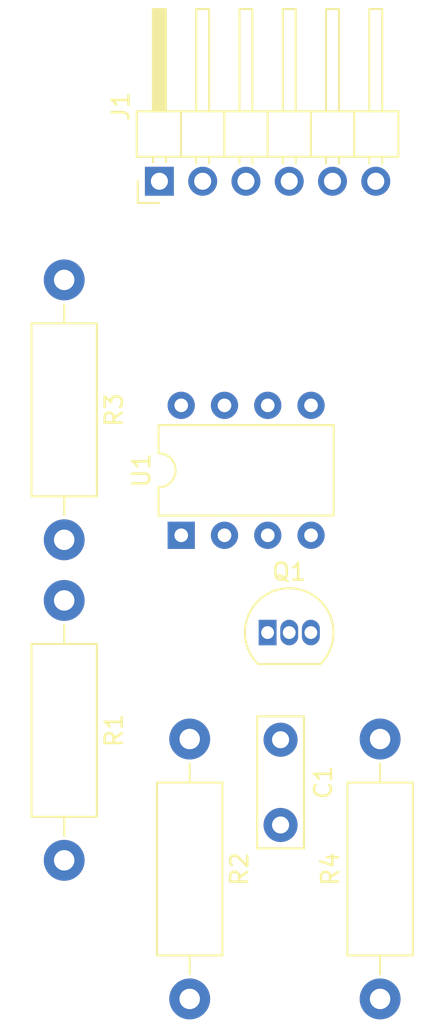
<source format=kicad_pcb>
(kicad_pcb (version 20221018) (generator pcbnew)
  (layers (0 "F.Cu" signal) (31 "B.Cu" signal) (34 "B.Paste" user) (35 "F.Paste" user) (36 "B.SilkS" user "B.Silkscreen") (37 "F.SilkS" user "F.Silkscreen") (38 "B.Mask" user) (39 "F.Mask" user) (44 "Edge.Cuts" user))
  (net 0 "")
  (net 1 "Net-(Q1-C)")
  (net 2 "GND")
  (net 3 "/Vcc")
  (net 4 "/SignalReset")
  (net 5 "/Out555")
  (net 6 "/StairStep")
  (net 7 "/SawTooth")
  (net 8 "Net-(U1--)")
  (footprint "Capacitor_THT:C_Disc_D7.5mm_W2.5mm_P5.00mm" (layer "F.Cu") (at 99.06 56.428 -90)
    (fp_text reference "C1" (at 2.5 -2.5 90) (layer "F.SilkS"))
    (fp_text value "100n")
    (fp_line (start -1.37 -1.37) (end -1.37 1.37) (stroke (width 0.12)) (layer "F.SilkS"))
    (fp_line (start -1.37 -1.37) (end 6.37 -1.37) (stroke (width 0.12)) (layer "F.SilkS"))
    (fp_line (start -1.37 1.37) (end 6.37 1.37) (stroke (width 0.12)) (layer "F.SilkS"))
    (fp_line (start 6.37 -1.37) (end 6.37 1.37) (stroke (width 0.12)) (layer "F.SilkS"))
    (pad "1" thru_hole circle (at 0 0 270) (size 2 2) (drill 1) (layers "*.Cu" "*.Mask") (net 1 "Net-(Q1-C)"))
    (pad "2" thru_hole circle (at 5 0 270) (size 2 2) (drill 1) (layers "*.Cu" "*.Mask") (net 2 "GND"))
  )
  (footprint "Connector_PinHeader_2.54mm:PinHeader_1x06_P2.54mm_Horizontal" (layer "F.Cu") (at 91.948 23.679 90)
    (fp_text reference "J1" (at 4.385 -2.27 90) (layer "F.SilkS"))
    (fp_text value "Conn_01x06_Pin")
    (fp_line (start -1.27 -1.27) (end 0 -1.27) (stroke (width 0.12)) (layer "F.SilkS"))
    (fp_line (start -1.27 0) (end -1.27 -1.27) (stroke (width 0.12)) (layer "F.SilkS"))
    (fp_line (start 1.042929 2.16) (end 1.44 2.16) (stroke (width 0.12)) (layer "F.SilkS"))
    (fp_line (start 1.042929 2.92) (end 1.44 2.92) (stroke (width 0.12)) (layer "F.SilkS"))
    (fp_line (start 1.042929 4.7) (end 1.44 4.7) (stroke (width 0.12)) (layer "F.SilkS"))
    (fp_line (start 1.042929 5.46) (end 1.44 5.46) (stroke (width 0.12)) (layer "F.SilkS"))
    (fp_line (start 1.042929 7.24) (end 1.44 7.24) (stroke (width 0.12)) (layer "F.SilkS"))
    (fp_line (start 1.042929 8) (end 1.44 8) (stroke (width 0.12)) (layer "F.SilkS"))
    (fp_line (start 1.042929 9.78) (end 1.44 9.78) (stroke (width 0.12)) (layer "F.SilkS"))
    (fp_line (start 1.042929 10.54) (end 1.44 10.54) (stroke (width 0.12)) (layer "F.SilkS"))
    (fp_line (start 1.042929 12.32) (end 1.44 12.32) (stroke (width 0.12)) (layer "F.SilkS"))
    (fp_line (start 1.042929 13.08) (end 1.44 13.08) (stroke (width 0.12)) (layer "F.SilkS"))
    (fp_line (start 1.11 -0.38) (end 1.44 -0.38) (stroke (width 0.12)) (layer "F.SilkS"))
    (fp_line (start 1.11 0.38) (end 1.44 0.38) (stroke (width 0.12)) (layer "F.SilkS"))
    (fp_line (start 1.44 -1.33) (end 1.44 14.03) (stroke (width 0.12)) (layer "F.SilkS"))
    (fp_line (start 1.44 1.27) (end 4.1 1.27) (stroke (width 0.12)) (layer "F.SilkS"))
    (fp_line (start 1.44 3.81) (end 4.1 3.81) (stroke (width 0.12)) (layer "F.SilkS"))
    (fp_line (start 1.44 6.35) (end 4.1 6.35) (stroke (width 0.12)) (layer "F.SilkS"))
    (fp_line (start 1.44 8.89) (end 4.1 8.89) (stroke (width 0.12)) (layer "F.SilkS"))
    (fp_line (start 1.44 11.43) (end 4.1 11.43) (stroke (width 0.12)) (layer "F.SilkS"))
    (fp_line (start 1.44 14.03) (end 4.1 14.03) (stroke (width 0.12)) (layer "F.SilkS"))
    (fp_line (start 4.1 -1.33) (end 1.44 -1.33) (stroke (width 0.12)) (layer "F.SilkS"))
    (fp_line (start 4.1 -0.38) (end 10.1 -0.38) (stroke (width 0.12)) (layer "F.SilkS"))
    (fp_line (start 4.1 -0.32) (end 10.1 -0.32) (stroke (width 0.12)) (layer "F.SilkS"))
    (fp_line (start 4.1 -0.2) (end 10.1 -0.2) (stroke (width 0.12)) (layer "F.SilkS"))
    (fp_line (start 4.1 -0.08) (end 10.1 -0.08) (stroke (width 0.12)) (layer "F.SilkS"))
    (fp_line (start 4.1 0.04) (end 10.1 0.04) (stroke (width 0.12)) (layer "F.SilkS"))
    (fp_line (start 4.1 0.16) (end 10.1 0.16) (stroke (width 0.12)) (layer "F.SilkS"))
    (fp_line (start 4.1 0.28) (end 10.1 0.28) (stroke (width 0.12)) (layer "F.SilkS"))
    (fp_line (start 4.1 2.16) (end 10.1 2.16) (stroke (width 0.12)) (layer "F.SilkS"))
    (fp_line (start 4.1 4.7) (end 10.1 4.7) (stroke (width 0.12)) (layer "F.SilkS"))
    (fp_line (start 4.1 7.24) (end 10.1 7.24) (stroke (width 0.12)) (layer "F.SilkS"))
    (fp_line (start 4.1 9.78) (end 10.1 9.78) (stroke (width 0.12)) (layer "F.SilkS"))
    (fp_line (start 4.1 12.32) (end 10.1 12.32) (stroke (width 0.12)) (layer "F.SilkS"))
    (fp_line (start 4.1 14.03) (end 4.1 -1.33) (stroke (width 0.12)) (layer "F.SilkS"))
    (fp_line (start 10.1 -0.38) (end 10.1 0.38) (stroke (width 0.12)) (layer "F.SilkS"))
    (fp_line (start 10.1 0.38) (end 4.1 0.38) (stroke (width 0.12)) (layer "F.SilkS"))
    (fp_line (start 10.1 2.16) (end 10.1 2.92) (stroke (width 0.12)) (layer "F.SilkS"))
    (fp_line (start 10.1 2.92) (end 4.1 2.92) (stroke (width 0.12)) (layer "F.SilkS"))
    (fp_line (start 10.1 4.7) (end 10.1 5.46) (stroke (width 0.12)) (layer "F.SilkS"))
    (fp_line (start 10.1 5.46) (end 4.1 5.46) (stroke (width 0.12)) (layer "F.SilkS"))
    (fp_line (start 10.1 7.24) (end 10.1 8) (stroke (width 0.12)) (layer "F.SilkS"))
    (fp_line (start 10.1 8) (end 4.1 8) (stroke (width 0.12)) (layer "F.SilkS"))
    (fp_line (start 10.1 9.78) (end 10.1 10.54) (stroke (width 0.12)) (layer "F.SilkS"))
    (fp_line (start 10.1 10.54) (end 4.1 10.54) (stroke (width 0.12)) (layer "F.SilkS"))
    (fp_line (start 10.1 12.32) (end 10.1 13.08) (stroke (width 0.12)) (layer "F.SilkS"))
    (fp_line (start 10.1 13.08) (end 4.1 13.08) (stroke (width 0.12)) (layer "F.SilkS"))
    (pad "1" thru_hole rect (at 0 0 90) (size 1.7 1.7) (drill 1) (layers "*.Cu" "*.Mask") (net 3 "/Vcc"))
    (pad "2" thru_hole oval (at 0 2.54 90) (size 1.7 1.7) (drill 1) (layers "*.Cu" "*.Mask") (net 4 "/SignalReset"))
    (pad "3" thru_hole oval (at 0 5.08 90) (size 1.7 1.7) (drill 1) (layers "*.Cu" "*.Mask") (net 5 "/Out555"))
    (pad "4" thru_hole oval (at 0 7.62 90) (size 1.7 1.7) (drill 1) (layers "*.Cu" "*.Mask") (net 6 "/StairStep"))
    (pad "5" thru_hole oval (at 0 10.16 90) (size 1.7 1.7) (drill 1) (layers "*.Cu" "*.Mask") (net 7 "/SawTooth"))
    (pad "6" thru_hole oval (at 0 12.7 90) (size 1.7 1.7) (drill 1) (layers "*.Cu" "*.Mask") (net 2 "GND"))
  )
  (footprint "Resistor_THT:R_Axial_DIN0411_L9.9mm_D3.6mm_P15.24mm_Horizontal" (layer "F.Cu") (at 93.726 56.388 -90)
    (fp_text reference "R2" (at 7.62 -2.92 90) (layer "F.SilkS"))
    (fp_text value "10k")
    (fp_line (start 1.44 0) (end 2.55 0) (stroke (width 0.12)) (layer "F.SilkS"))
    (fp_line (start 2.55 -1.92) (end 2.55 1.92) (stroke (width 0.12)) (layer "F.SilkS"))
    (fp_line (start 2.55 1.92) (end 12.69 1.92) (stroke (width 0.12)) (layer "F.SilkS"))
    (fp_line (start 12.69 -1.92) (end 2.55 -1.92) (stroke (width 0.12)) (layer "F.SilkS"))
    (fp_line (start 12.69 1.92) (end 12.69 -1.92) (stroke (width 0.12)) (layer "F.SilkS"))
    (fp_line (start 13.8 0) (end 12.69 0) (stroke (width 0.12)) (layer "F.SilkS"))
    (pad "1" thru_hole circle (at 0 0 270) (size 2.4 2.4) (drill 1.2) (layers "*.Cu" "*.Mask") (net 1 "Net-(Q1-C)"))
    (pad "2" thru_hole oval (at 15.24 0 270) (size 2.4 2.4) (drill 1.2) (layers "*.Cu" "*.Mask") (net 5 "/Out555"))
  )
  (footprint "Resistor_THT:R_Axial_DIN0411_L9.9mm_D3.6mm_P15.24mm_Horizontal" (layer "F.Cu") (at 86.36 48.26 -90)
    (fp_text reference "R1" (at 7.62 -2.92 90) (layer "F.SilkS"))
    (fp_text value "10k")
    (fp_line (start 1.44 0) (end 2.55 0) (stroke (width 0.12)) (layer "F.SilkS"))
    (fp_line (start 2.55 -1.92) (end 2.55 1.92) (stroke (width 0.12)) (layer "F.SilkS"))
    (fp_line (start 2.55 1.92) (end 12.69 1.92) (stroke (width 0.12)) (layer "F.SilkS"))
    (fp_line (start 12.69 -1.92) (end 2.55 -1.92) (stroke (width 0.12)) (layer "F.SilkS"))
    (fp_line (start 12.69 1.92) (end 12.69 -1.92) (stroke (width 0.12)) (layer "F.SilkS"))
    (fp_line (start 13.8 0) (end 12.69 0) (stroke (width 0.12)) (layer "F.SilkS"))
    (pad "1" thru_hole circle (at 0 0 270) (size 2.4 2.4) (drill 1.2) (layers "*.Cu" "*.Mask") (net 8 "Net-(U1--)"))
    (pad "2" thru_hole oval (at 15.24 0 270) (size 2.4 2.4) (drill 1.2) (layers "*.Cu" "*.Mask") (net 2 "GND"))
  )
  (footprint "Package_DIP:DIP-8_W7.62mm" (layer "F.Cu") (at 93.228 44.44 90)
    (fp_text reference "U1" (at 3.81 -2.33 90) (layer "F.SilkS"))
    (fp_text value "MCP601-xP")
    (fp_line (start 1.16 -1.33) (end 1.16 8.95) (stroke (width 0.12)) (layer "F.SilkS"))
    (fp_line (start 1.16 8.95) (end 6.46 8.95) (stroke (width 0.12)) (layer "F.SilkS"))
    (fp_line (start 2.81 -1.33) (end 1.16 -1.33) (stroke (width 0.12)) (layer "F.SilkS"))
    (fp_line (start 6.46 -1.33) (end 4.81 -1.33) (stroke (width 0.12)) (layer "F.SilkS"))
    (fp_line (start 6.46 8.95) (end 6.46 -1.33) (stroke (width 0.12)) (layer "F.SilkS"))
    (fp_arc (start 4.81 -1.33) (mid 3.81 -0.33) (end 2.81 -1.33) (stroke (width 0.12)) (layer "F.SilkS"))
    (pad "1" thru_hole rect (at 0 0 90) (size 1.6 1.6) (drill 0.8) (layers "*.Cu" "*.Mask"))
    (pad "2" thru_hole oval (at 0 2.54 90) (size 1.6 1.6) (drill 0.8) (layers "*.Cu" "*.Mask") (net 8 "Net-(U1--)"))
    (pad "3" thru_hole oval (at 0 5.08 90) (size 1.6 1.6) (drill 0.8) (layers "*.Cu" "*.Mask") (net 1 "Net-(Q1-C)"))
    (pad "4" thru_hole oval (at 0 7.62 90) (size 1.6 1.6) (drill 0.8) (layers "*.Cu" "*.Mask") (net 2 "GND"))
    (pad "5" thru_hole oval (at 7.62 7.62 90) (size 1.6 1.6) (drill 0.8) (layers "*.Cu" "*.Mask"))
    (pad "6" thru_hole oval (at 7.62 5.08 90) (size 1.6 1.6) (drill 0.8) (layers "*.Cu" "*.Mask") (net 6 "/StairStep"))
    (pad "7" thru_hole oval (at 7.62 2.54 90) (size 1.6 1.6) (drill 0.8) (layers "*.Cu" "*.Mask") (net 3 "/Vcc"))
    (pad "8" thru_hole oval (at 7.62 0 90) (size 1.6 1.6) (drill 0.8) (layers "*.Cu" "*.Mask"))
  )
  (footprint "Resistor_THT:R_Axial_DIN0411_L9.9mm_D3.6mm_P15.24mm_Horizontal" (layer "F.Cu") (at 86.36 29.464 -90)
    (fp_text reference "R3" (at 7.62 -2.92 90) (layer "F.SilkS"))
    (fp_text value "10k")
    (fp_line (start 1.44 0) (end 2.55 0) (stroke (width 0.12)) (layer "F.SilkS"))
    (fp_line (start 2.55 -1.92) (end 2.55 1.92) (stroke (width 0.12)) (layer "F.SilkS"))
    (fp_line (start 2.55 1.92) (end 12.69 1.92) (stroke (width 0.12)) (layer "F.SilkS"))
    (fp_line (start 12.69 -1.92) (end 2.55 -1.92) (stroke (width 0.12)) (layer "F.SilkS"))
    (fp_line (start 12.69 1.92) (end 12.69 -1.92) (stroke (width 0.12)) (layer "F.SilkS"))
    (fp_line (start 13.8 0) (end 12.69 0) (stroke (width 0.12)) (layer "F.SilkS"))
    (pad "1" thru_hole circle (at 0 0 270) (size 2.4 2.4) (drill 1.2) (layers "*.Cu" "*.Mask") (net 6 "/StairStep"))
    (pad "2" thru_hole oval (at 15.24 0 270) (size 2.4 2.4) (drill 1.2) (layers "*.Cu" "*.Mask") (net 8 "Net-(U1--)"))
  )
  (footprint "Resistor_THT:R_Axial_DIN0411_L9.9mm_D3.6mm_P15.24mm_Horizontal" (layer "F.Cu") (at 104.902 71.628 90)
    (fp_text reference "R4" (at 7.62 -2.92 90) (layer "F.SilkS"))
    (fp_text value "10k")
    (fp_line (start 1.44 0) (end 2.55 0) (stroke (width 0.12)) (layer "F.SilkS"))
    (fp_line (start 2.55 -1.92) (end 2.55 1.92) (stroke (width 0.12)) (layer "F.SilkS"))
    (fp_line (start 2.55 1.92) (end 12.69 1.92) (stroke (width 0.12)) (layer "F.SilkS"))
    (fp_line (start 12.69 -1.92) (end 2.55 -1.92) (stroke (width 0.12)) (layer "F.SilkS"))
    (fp_line (start 12.69 1.92) (end 12.69 -1.92) (stroke (width 0.12)) (layer "F.SilkS"))
    (fp_line (start 13.8 0) (end 12.69 0) (stroke (width 0.12)) (layer "F.SilkS"))
    (pad "1" thru_hole circle (at 0 0 90) (size 2.4 2.4) (drill 1.2) (layers "*.Cu" "*.Mask") (net 6 "/StairStep"))
    (pad "2" thru_hole oval (at 15.24 0 90) (size 2.4 2.4) (drill 1.2) (layers "*.Cu" "*.Mask") (net 1 "Net-(Q1-C)"))
  )
  (footprint "Package_TO_SOT_THT:TO-92_Inline" (layer "F.Cu") (at 98.298 50.144)
    (fp_text reference "Q1" (at 1.27 -3.56) (layer "F.SilkS"))
    (fp_text value "BC547")
    (fp_line (start -0.53 1.85) (end 3.07 1.85) (stroke (width 0.12)) (layer "F.SilkS"))
    (fp_arc (start -0.568478 1.838478) (mid -1.132087 -0.994977) (end 1.27 -2.6) (stroke (width 0.12)) (layer "F.SilkS"))
    (fp_arc (start 1.27 -2.6) (mid 3.672087 -0.994977) (end 3.108478 1.838478) (stroke (width 0.12)) (layer "F.SilkS"))
    (pad "1" thru_hole rect (at 0 0) (size 1.05 1.5) (drill 0.75) (layers "*.Cu" "*.Mask") (net 1 "Net-(Q1-C)"))
    (pad "2" thru_hole oval (at 1.27 0) (size 1.05 1.5) (drill 0.75) (layers "*.Cu" "*.Mask") (net 4 "/SignalReset"))
    (pad "3" thru_hole oval (at 2.54 0) (size 1.05 1.5) (drill 0.75) (layers "*.Cu" "*.Mask") (net 2 "GND"))
  )
)
</source>
